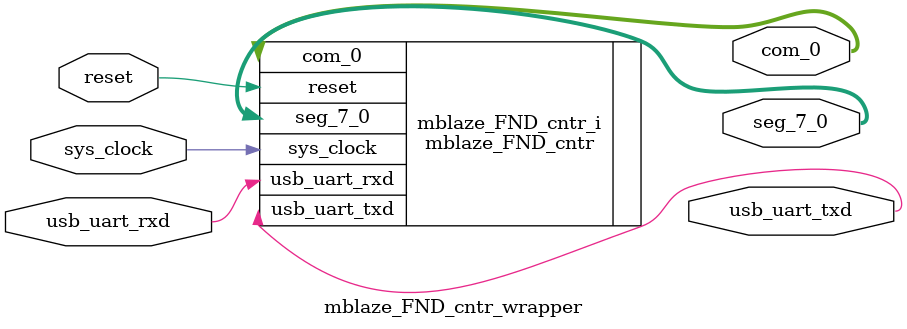
<source format=v>
`timescale 1 ps / 1 ps

module mblaze_FND_cntr_wrapper
   (com_0,
    reset,
    seg_7_0,
    sys_clock,
    usb_uart_rxd,
    usb_uart_txd);
  output [3:0]com_0;
  input reset;
  output [7:0]seg_7_0;
  input sys_clock;
  input usb_uart_rxd;
  output usb_uart_txd;

  wire [3:0]com_0;
  wire reset;
  wire [7:0]seg_7_0;
  wire sys_clock;
  wire usb_uart_rxd;
  wire usb_uart_txd;

  mblaze_FND_cntr mblaze_FND_cntr_i
       (.com_0(com_0),
        .reset(reset),
        .seg_7_0(seg_7_0),
        .sys_clock(sys_clock),
        .usb_uart_rxd(usb_uart_rxd),
        .usb_uart_txd(usb_uart_txd));
endmodule

</source>
